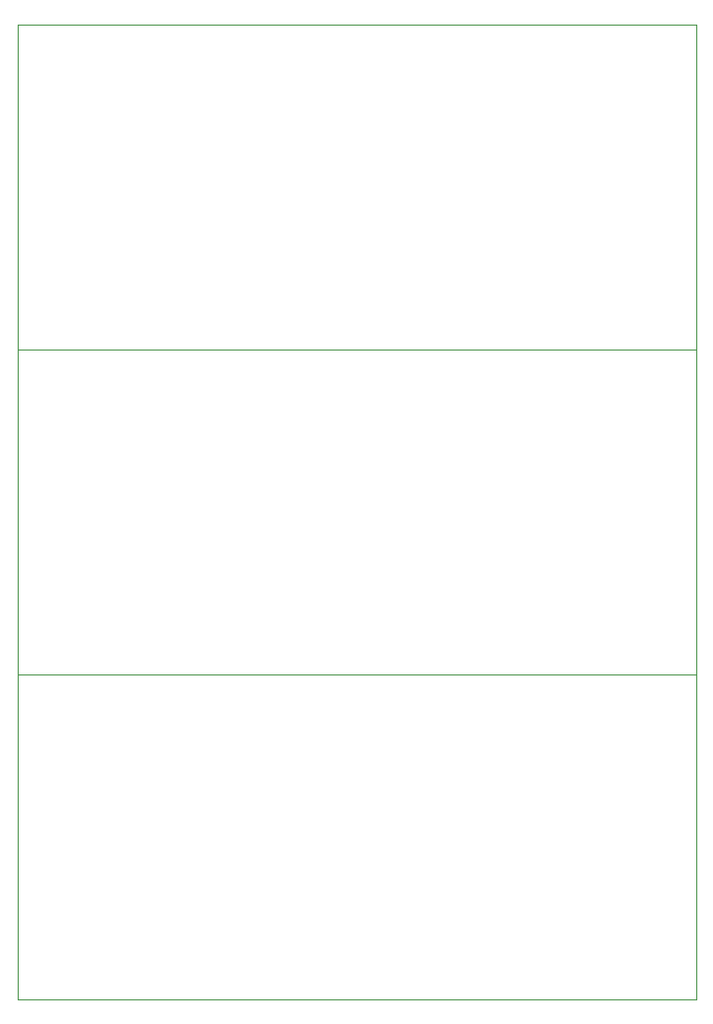
<source format=gbr>
G04 #@! TF.GenerationSoftware,KiCad,Pcbnew,5.1.5-52549c5~86~ubuntu18.04.1*
G04 #@! TF.CreationDate,2020-09-06T17:48:17-05:00*
G04 #@! TF.ProjectId,,58585858-5858-4585-9858-585858585858,rev?*
G04 #@! TF.SameCoordinates,Original*
G04 #@! TF.FileFunction,Profile,NP*
%FSLAX46Y46*%
G04 Gerber Fmt 4.6, Leading zero omitted, Abs format (unit mm)*
G04 Created by KiCad (PCBNEW 5.1.5-52549c5~86~ubuntu18.04.1) date 2020-09-06 17:48:17*
%MOMM*%
%LPD*%
G04 APERTURE LIST*
%ADD10C,0.050000*%
G04 APERTURE END LIST*
D10*
X102550000Y-92263000D02*
X160970000Y-92263000D01*
X102550000Y-64323000D02*
X160970000Y-64323000D01*
X160970000Y-92263000D02*
X160970000Y-120203000D01*
X160970000Y-64323000D02*
X160970000Y-92263000D01*
X102550000Y-92263000D02*
X102550000Y-120203000D01*
X102550000Y-64323000D02*
X102550000Y-92263000D01*
X102550000Y-120203000D02*
X160970000Y-120203000D01*
X102550000Y-92263000D02*
X160970000Y-92263000D01*
X102550000Y-64323000D02*
X160970000Y-64323000D01*
X160970000Y-36383000D02*
X160970000Y-64323000D01*
X102550000Y-36383000D02*
X160970000Y-36383000D01*
X102550000Y-36383000D02*
X102550000Y-64323000D01*
M02*

</source>
